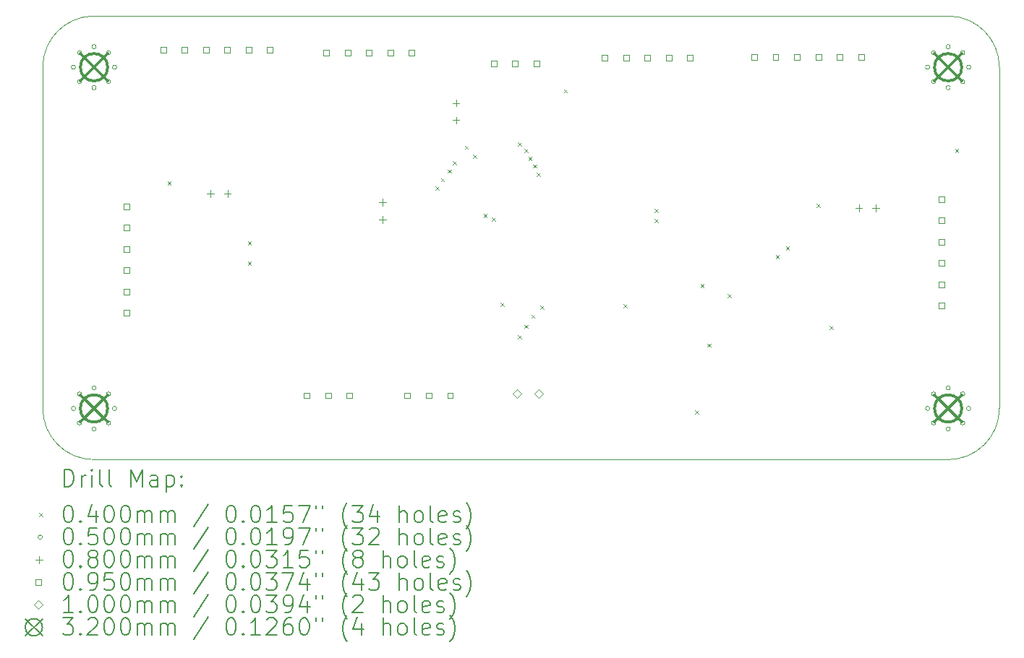
<source format=gbr>
%TF.GenerationSoftware,KiCad,Pcbnew,(6.0.7-1)-1*%
%TF.CreationDate,2022-10-27T13:07:48+02:00*%
%TF.ProjectId,Beerator,42656572-6174-46f7-922e-6b696361645f,rev?*%
%TF.SameCoordinates,Original*%
%TF.FileFunction,Drillmap*%
%TF.FilePolarity,Positive*%
%FSLAX45Y45*%
G04 Gerber Fmt 4.5, Leading zero omitted, Abs format (unit mm)*
G04 Created by KiCad (PCBNEW (6.0.7-1)-1) date 2022-10-27 13:07:48*
%MOMM*%
%LPD*%
G01*
G04 APERTURE LIST*
%ADD10C,0.100000*%
%ADD11C,0.200000*%
%ADD12C,0.040000*%
%ADD13C,0.050000*%
%ADD14C,0.080000*%
%ADD15C,0.095000*%
%ADD16C,0.320000*%
G04 APERTURE END LIST*
D10*
X15000000Y-9600000D02*
X5000000Y-9600000D01*
X4400000Y-9000000D02*
X4400000Y-5000000D01*
X5000000Y-4400000D02*
G75*
G03*
X4400000Y-5000000I0J-600000D01*
G01*
X5000000Y-4400000D02*
X15000000Y-4400000D01*
X15000000Y-9600000D02*
G75*
G03*
X15600000Y-9000000I0J600000D01*
G01*
X15600000Y-5000000D02*
X15600000Y-9000000D01*
X4400000Y-9000000D02*
G75*
G03*
X5000000Y-9600000I600000J0D01*
G01*
X15600000Y-5000000D02*
G75*
G03*
X15000000Y-4400000I-600000J0D01*
G01*
D11*
D12*
X5860000Y-6340000D02*
X5900000Y-6380000D01*
X5900000Y-6340000D02*
X5860000Y-6380000D01*
X6800000Y-7040000D02*
X6840000Y-7080000D01*
X6840000Y-7040000D02*
X6800000Y-7080000D01*
X6800000Y-7280000D02*
X6840000Y-7320000D01*
X6840000Y-7280000D02*
X6800000Y-7320000D01*
X9000000Y-6400000D02*
X9040000Y-6440000D01*
X9040000Y-6400000D02*
X9000000Y-6440000D01*
X9060000Y-6300000D02*
X9100000Y-6340000D01*
X9100000Y-6300000D02*
X9060000Y-6340000D01*
X9140000Y-6200000D02*
X9180000Y-6240000D01*
X9180000Y-6200000D02*
X9140000Y-6240000D01*
X9200000Y-6100000D02*
X9240000Y-6140000D01*
X9240000Y-6100000D02*
X9200000Y-6140000D01*
X9340000Y-5920000D02*
X9380000Y-5960000D01*
X9380000Y-5920000D02*
X9340000Y-5960000D01*
X9438501Y-6024497D02*
X9478501Y-6064497D01*
X9478501Y-6024497D02*
X9438501Y-6064497D01*
X9560000Y-6720000D02*
X9600000Y-6760000D01*
X9600000Y-6720000D02*
X9560000Y-6760000D01*
X9660000Y-6760000D02*
X9700000Y-6800000D01*
X9700000Y-6760000D02*
X9660000Y-6800000D01*
X9760000Y-7760000D02*
X9800000Y-7800000D01*
X9800000Y-7760000D02*
X9760000Y-7800000D01*
X9960000Y-5880000D02*
X10000000Y-5920000D01*
X10000000Y-5880000D02*
X9960000Y-5920000D01*
X9960000Y-8140000D02*
X10000000Y-8180000D01*
X10000000Y-8140000D02*
X9960000Y-8180000D01*
X10040000Y-5960000D02*
X10080000Y-6000000D01*
X10080000Y-5960000D02*
X10040000Y-6000000D01*
X10040000Y-8020000D02*
X10080000Y-8060000D01*
X10080000Y-8020000D02*
X10040000Y-8060000D01*
X10084699Y-6049398D02*
X10124699Y-6089398D01*
X10124699Y-6049398D02*
X10084699Y-6089398D01*
X10120000Y-7900000D02*
X10160000Y-7940000D01*
X10160000Y-7900000D02*
X10120000Y-7940000D01*
X10140000Y-6140000D02*
X10180000Y-6180000D01*
X10180000Y-6140000D02*
X10140000Y-6180000D01*
X10180000Y-6240000D02*
X10220000Y-6280000D01*
X10220000Y-6240000D02*
X10180000Y-6280000D01*
X10222590Y-7797410D02*
X10262590Y-7837410D01*
X10262590Y-7797410D02*
X10222590Y-7837410D01*
X10500000Y-5260000D02*
X10540000Y-5300000D01*
X10540000Y-5260000D02*
X10500000Y-5300000D01*
X11200000Y-7780000D02*
X11240000Y-7820000D01*
X11240000Y-7780000D02*
X11200000Y-7820000D01*
X11560000Y-6660000D02*
X11600000Y-6700000D01*
X11600000Y-6660000D02*
X11560000Y-6700000D01*
X11560000Y-6780000D02*
X11600000Y-6820000D01*
X11600000Y-6780000D02*
X11560000Y-6820000D01*
X12040000Y-9020000D02*
X12080000Y-9060000D01*
X12080000Y-9020000D02*
X12040000Y-9060000D01*
X12100000Y-7540000D02*
X12140000Y-7580000D01*
X12140000Y-7540000D02*
X12100000Y-7580000D01*
X12180000Y-8240000D02*
X12220000Y-8280000D01*
X12220000Y-8240000D02*
X12180000Y-8280000D01*
X12420000Y-7660000D02*
X12460000Y-7700000D01*
X12460000Y-7660000D02*
X12420000Y-7700000D01*
X12980000Y-7200000D02*
X13020000Y-7240000D01*
X13020000Y-7200000D02*
X12980000Y-7240000D01*
X13100000Y-7100000D02*
X13140000Y-7140000D01*
X13140000Y-7100000D02*
X13100000Y-7140000D01*
X13460000Y-6600000D02*
X13500000Y-6640000D01*
X13500000Y-6600000D02*
X13460000Y-6640000D01*
X13609500Y-8032500D02*
X13649500Y-8072500D01*
X13649500Y-8032500D02*
X13609500Y-8072500D01*
X15080000Y-5960000D02*
X15120000Y-6000000D01*
X15120000Y-5960000D02*
X15080000Y-6000000D01*
D13*
X4785000Y-5000000D02*
G75*
G03*
X4785000Y-5000000I-25000J0D01*
G01*
X4785000Y-9000000D02*
G75*
G03*
X4785000Y-9000000I-25000J0D01*
G01*
X4855294Y-4830294D02*
G75*
G03*
X4855294Y-4830294I-25000J0D01*
G01*
X4855294Y-5169706D02*
G75*
G03*
X4855294Y-5169706I-25000J0D01*
G01*
X4855294Y-8830294D02*
G75*
G03*
X4855294Y-8830294I-25000J0D01*
G01*
X4855294Y-9169706D02*
G75*
G03*
X4855294Y-9169706I-25000J0D01*
G01*
X5025000Y-4760000D02*
G75*
G03*
X5025000Y-4760000I-25000J0D01*
G01*
X5025000Y-5240000D02*
G75*
G03*
X5025000Y-5240000I-25000J0D01*
G01*
X5025000Y-8760000D02*
G75*
G03*
X5025000Y-8760000I-25000J0D01*
G01*
X5025000Y-9240000D02*
G75*
G03*
X5025000Y-9240000I-25000J0D01*
G01*
X5194706Y-4830294D02*
G75*
G03*
X5194706Y-4830294I-25000J0D01*
G01*
X5194706Y-5169706D02*
G75*
G03*
X5194706Y-5169706I-25000J0D01*
G01*
X5194706Y-8830294D02*
G75*
G03*
X5194706Y-8830294I-25000J0D01*
G01*
X5194706Y-9169706D02*
G75*
G03*
X5194706Y-9169706I-25000J0D01*
G01*
X5265000Y-5000000D02*
G75*
G03*
X5265000Y-5000000I-25000J0D01*
G01*
X5265000Y-9000000D02*
G75*
G03*
X5265000Y-9000000I-25000J0D01*
G01*
X14785000Y-5000000D02*
G75*
G03*
X14785000Y-5000000I-25000J0D01*
G01*
X14785000Y-9000000D02*
G75*
G03*
X14785000Y-9000000I-25000J0D01*
G01*
X14855294Y-4830294D02*
G75*
G03*
X14855294Y-4830294I-25000J0D01*
G01*
X14855294Y-5169706D02*
G75*
G03*
X14855294Y-5169706I-25000J0D01*
G01*
X14855294Y-8830294D02*
G75*
G03*
X14855294Y-8830294I-25000J0D01*
G01*
X14855294Y-9169706D02*
G75*
G03*
X14855294Y-9169706I-25000J0D01*
G01*
X15025000Y-4760000D02*
G75*
G03*
X15025000Y-4760000I-25000J0D01*
G01*
X15025000Y-5240000D02*
G75*
G03*
X15025000Y-5240000I-25000J0D01*
G01*
X15025000Y-8760000D02*
G75*
G03*
X15025000Y-8760000I-25000J0D01*
G01*
X15025000Y-9240000D02*
G75*
G03*
X15025000Y-9240000I-25000J0D01*
G01*
X15194706Y-4830294D02*
G75*
G03*
X15194706Y-4830294I-25000J0D01*
G01*
X15194706Y-5169706D02*
G75*
G03*
X15194706Y-5169706I-25000J0D01*
G01*
X15194706Y-8830294D02*
G75*
G03*
X15194706Y-8830294I-25000J0D01*
G01*
X15194706Y-9169706D02*
G75*
G03*
X15194706Y-9169706I-25000J0D01*
G01*
X15265000Y-5000000D02*
G75*
G03*
X15265000Y-5000000I-25000J0D01*
G01*
X15265000Y-9000000D02*
G75*
G03*
X15265000Y-9000000I-25000J0D01*
G01*
D14*
X6364489Y-6440000D02*
X6364489Y-6520000D01*
X6324489Y-6480000D02*
X6404489Y-6480000D01*
X6564489Y-6440000D02*
X6564489Y-6520000D01*
X6524489Y-6480000D02*
X6604489Y-6480000D01*
X8380000Y-6544489D02*
X8380000Y-6624489D01*
X8340000Y-6584489D02*
X8420000Y-6584489D01*
X8380000Y-6744489D02*
X8380000Y-6824489D01*
X8340000Y-6784489D02*
X8420000Y-6784489D01*
X9240000Y-5380000D02*
X9240000Y-5460000D01*
X9200000Y-5420000D02*
X9280000Y-5420000D01*
X9240000Y-5580000D02*
X9240000Y-5660000D01*
X9200000Y-5620000D02*
X9280000Y-5620000D01*
X13953989Y-6612500D02*
X13953989Y-6692500D01*
X13913989Y-6652500D02*
X13993989Y-6652500D01*
X14153989Y-6612500D02*
X14153989Y-6692500D01*
X14113989Y-6652500D02*
X14193989Y-6652500D01*
D15*
X5413588Y-6663588D02*
X5413588Y-6596412D01*
X5346412Y-6596412D01*
X5346412Y-6663588D01*
X5413588Y-6663588D01*
X5413588Y-6913588D02*
X5413588Y-6846412D01*
X5346412Y-6846412D01*
X5346412Y-6913588D01*
X5413588Y-6913588D01*
X5413588Y-7163588D02*
X5413588Y-7096412D01*
X5346412Y-7096412D01*
X5346412Y-7163588D01*
X5413588Y-7163588D01*
X5413588Y-7413588D02*
X5413588Y-7346412D01*
X5346412Y-7346412D01*
X5346412Y-7413588D01*
X5413588Y-7413588D01*
X5413588Y-7663588D02*
X5413588Y-7596412D01*
X5346412Y-7596412D01*
X5346412Y-7663588D01*
X5413588Y-7663588D01*
X5413588Y-7913588D02*
X5413588Y-7846412D01*
X5346412Y-7846412D01*
X5346412Y-7913588D01*
X5413588Y-7913588D01*
X5843588Y-4833588D02*
X5843588Y-4766412D01*
X5776412Y-4766412D01*
X5776412Y-4833588D01*
X5843588Y-4833588D01*
X6093588Y-4833588D02*
X6093588Y-4766412D01*
X6026412Y-4766412D01*
X6026412Y-4833588D01*
X6093588Y-4833588D01*
X6343588Y-4833588D02*
X6343588Y-4766412D01*
X6276412Y-4766412D01*
X6276412Y-4833588D01*
X6343588Y-4833588D01*
X6593588Y-4833588D02*
X6593588Y-4766412D01*
X6526412Y-4766412D01*
X6526412Y-4833588D01*
X6593588Y-4833588D01*
X6843588Y-4833588D02*
X6843588Y-4766412D01*
X6776412Y-4766412D01*
X6776412Y-4833588D01*
X6843588Y-4833588D01*
X7093588Y-4833588D02*
X7093588Y-4766412D01*
X7026412Y-4766412D01*
X7026412Y-4833588D01*
X7093588Y-4833588D01*
X7523588Y-8881088D02*
X7523588Y-8813912D01*
X7456412Y-8813912D01*
X7456412Y-8881088D01*
X7523588Y-8881088D01*
X7753588Y-4861088D02*
X7753588Y-4793912D01*
X7686412Y-4793912D01*
X7686412Y-4861088D01*
X7753588Y-4861088D01*
X7773588Y-8881088D02*
X7773588Y-8813912D01*
X7706412Y-8813912D01*
X7706412Y-8881088D01*
X7773588Y-8881088D01*
X8003588Y-4861088D02*
X8003588Y-4793912D01*
X7936412Y-4793912D01*
X7936412Y-4861088D01*
X8003588Y-4861088D01*
X8023588Y-8881088D02*
X8023588Y-8813912D01*
X7956412Y-8813912D01*
X7956412Y-8881088D01*
X8023588Y-8881088D01*
X8253588Y-4861088D02*
X8253588Y-4793912D01*
X8186412Y-4793912D01*
X8186412Y-4861088D01*
X8253588Y-4861088D01*
X8503588Y-4861088D02*
X8503588Y-4793912D01*
X8436412Y-4793912D01*
X8436412Y-4861088D01*
X8503588Y-4861088D01*
X8703588Y-8881088D02*
X8703588Y-8813912D01*
X8636412Y-8813912D01*
X8636412Y-8881088D01*
X8703588Y-8881088D01*
X8753588Y-4861088D02*
X8753588Y-4793912D01*
X8686412Y-4793912D01*
X8686412Y-4861088D01*
X8753588Y-4861088D01*
X8953588Y-8881088D02*
X8953588Y-8813912D01*
X8886412Y-8813912D01*
X8886412Y-8881088D01*
X8953588Y-8881088D01*
X9203588Y-8881088D02*
X9203588Y-8813912D01*
X9136412Y-8813912D01*
X9136412Y-8881088D01*
X9203588Y-8881088D01*
X9713588Y-4993588D02*
X9713588Y-4926412D01*
X9646412Y-4926412D01*
X9646412Y-4993588D01*
X9713588Y-4993588D01*
X9963588Y-4993588D02*
X9963588Y-4926412D01*
X9896412Y-4926412D01*
X9896412Y-4993588D01*
X9963588Y-4993588D01*
X10213588Y-4993588D02*
X10213588Y-4926412D01*
X10146412Y-4926412D01*
X10146412Y-4993588D01*
X10213588Y-4993588D01*
X11013588Y-4921088D02*
X11013588Y-4853912D01*
X10946412Y-4853912D01*
X10946412Y-4921088D01*
X11013588Y-4921088D01*
X11263588Y-4921088D02*
X11263588Y-4853912D01*
X11196412Y-4853912D01*
X11196412Y-4921088D01*
X11263588Y-4921088D01*
X11513588Y-4921088D02*
X11513588Y-4853912D01*
X11446412Y-4853912D01*
X11446412Y-4921088D01*
X11513588Y-4921088D01*
X11763588Y-4921088D02*
X11763588Y-4853912D01*
X11696412Y-4853912D01*
X11696412Y-4921088D01*
X11763588Y-4921088D01*
X12013588Y-4921088D02*
X12013588Y-4853912D01*
X11946412Y-4853912D01*
X11946412Y-4921088D01*
X12013588Y-4921088D01*
X12763588Y-4913588D02*
X12763588Y-4846412D01*
X12696412Y-4846412D01*
X12696412Y-4913588D01*
X12763588Y-4913588D01*
X13013588Y-4913588D02*
X13013588Y-4846412D01*
X12946412Y-4846412D01*
X12946412Y-4913588D01*
X13013588Y-4913588D01*
X13263588Y-4913588D02*
X13263588Y-4846412D01*
X13196412Y-4846412D01*
X13196412Y-4913588D01*
X13263588Y-4913588D01*
X13513588Y-4913588D02*
X13513588Y-4846412D01*
X13446412Y-4846412D01*
X13446412Y-4913588D01*
X13513588Y-4913588D01*
X13763588Y-4913588D02*
X13763588Y-4846412D01*
X13696412Y-4846412D01*
X13696412Y-4913588D01*
X13763588Y-4913588D01*
X14013588Y-4913588D02*
X14013588Y-4846412D01*
X13946412Y-4846412D01*
X13946412Y-4913588D01*
X14013588Y-4913588D01*
X14955588Y-6581088D02*
X14955588Y-6513912D01*
X14888412Y-6513912D01*
X14888412Y-6581088D01*
X14955588Y-6581088D01*
X14955588Y-6831088D02*
X14955588Y-6763912D01*
X14888412Y-6763912D01*
X14888412Y-6831088D01*
X14955588Y-6831088D01*
X14955588Y-7081088D02*
X14955588Y-7013912D01*
X14888412Y-7013912D01*
X14888412Y-7081088D01*
X14955588Y-7081088D01*
X14955588Y-7331088D02*
X14955588Y-7263912D01*
X14888412Y-7263912D01*
X14888412Y-7331088D01*
X14955588Y-7331088D01*
X14955588Y-7581088D02*
X14955588Y-7513912D01*
X14888412Y-7513912D01*
X14888412Y-7581088D01*
X14955588Y-7581088D01*
X14955588Y-7831088D02*
X14955588Y-7763912D01*
X14888412Y-7763912D01*
X14888412Y-7831088D01*
X14955588Y-7831088D01*
D10*
X9955000Y-8877500D02*
X10005000Y-8827500D01*
X9955000Y-8777500D01*
X9905000Y-8827500D01*
X9955000Y-8877500D01*
X10205000Y-8877500D02*
X10255000Y-8827500D01*
X10205000Y-8777500D01*
X10155000Y-8827500D01*
X10205000Y-8877500D01*
D16*
X4840000Y-4840000D02*
X5160000Y-5160000D01*
X5160000Y-4840000D02*
X4840000Y-5160000D01*
X5160000Y-5000000D02*
G75*
G03*
X5160000Y-5000000I-160000J0D01*
G01*
X4840000Y-8840000D02*
X5160000Y-9160000D01*
X5160000Y-8840000D02*
X4840000Y-9160000D01*
X5160000Y-9000000D02*
G75*
G03*
X5160000Y-9000000I-160000J0D01*
G01*
X14840000Y-4840000D02*
X15160000Y-5160000D01*
X15160000Y-4840000D02*
X14840000Y-5160000D01*
X15160000Y-5000000D02*
G75*
G03*
X15160000Y-5000000I-160000J0D01*
G01*
X14840000Y-8840000D02*
X15160000Y-9160000D01*
X15160000Y-8840000D02*
X14840000Y-9160000D01*
X15160000Y-9000000D02*
G75*
G03*
X15160000Y-9000000I-160000J0D01*
G01*
D11*
X4652619Y-9915476D02*
X4652619Y-9715476D01*
X4700238Y-9715476D01*
X4728810Y-9725000D01*
X4747857Y-9744048D01*
X4757381Y-9763095D01*
X4766905Y-9801190D01*
X4766905Y-9829762D01*
X4757381Y-9867857D01*
X4747857Y-9886905D01*
X4728810Y-9905952D01*
X4700238Y-9915476D01*
X4652619Y-9915476D01*
X4852619Y-9915476D02*
X4852619Y-9782143D01*
X4852619Y-9820238D02*
X4862143Y-9801190D01*
X4871667Y-9791667D01*
X4890714Y-9782143D01*
X4909762Y-9782143D01*
X4976429Y-9915476D02*
X4976429Y-9782143D01*
X4976429Y-9715476D02*
X4966905Y-9725000D01*
X4976429Y-9734524D01*
X4985952Y-9725000D01*
X4976429Y-9715476D01*
X4976429Y-9734524D01*
X5100238Y-9915476D02*
X5081190Y-9905952D01*
X5071667Y-9886905D01*
X5071667Y-9715476D01*
X5205000Y-9915476D02*
X5185952Y-9905952D01*
X5176429Y-9886905D01*
X5176429Y-9715476D01*
X5433571Y-9915476D02*
X5433571Y-9715476D01*
X5500238Y-9858333D01*
X5566905Y-9715476D01*
X5566905Y-9915476D01*
X5747857Y-9915476D02*
X5747857Y-9810714D01*
X5738333Y-9791667D01*
X5719286Y-9782143D01*
X5681190Y-9782143D01*
X5662143Y-9791667D01*
X5747857Y-9905952D02*
X5728809Y-9915476D01*
X5681190Y-9915476D01*
X5662143Y-9905952D01*
X5652619Y-9886905D01*
X5652619Y-9867857D01*
X5662143Y-9848810D01*
X5681190Y-9839286D01*
X5728809Y-9839286D01*
X5747857Y-9829762D01*
X5843095Y-9782143D02*
X5843095Y-9982143D01*
X5843095Y-9791667D02*
X5862143Y-9782143D01*
X5900238Y-9782143D01*
X5919286Y-9791667D01*
X5928809Y-9801190D01*
X5938333Y-9820238D01*
X5938333Y-9877381D01*
X5928809Y-9896429D01*
X5919286Y-9905952D01*
X5900238Y-9915476D01*
X5862143Y-9915476D01*
X5843095Y-9905952D01*
X6024048Y-9896429D02*
X6033571Y-9905952D01*
X6024048Y-9915476D01*
X6014524Y-9905952D01*
X6024048Y-9896429D01*
X6024048Y-9915476D01*
X6024048Y-9791667D02*
X6033571Y-9801190D01*
X6024048Y-9810714D01*
X6014524Y-9801190D01*
X6024048Y-9791667D01*
X6024048Y-9810714D01*
D12*
X4355000Y-10225000D02*
X4395000Y-10265000D01*
X4395000Y-10225000D02*
X4355000Y-10265000D01*
D11*
X4690714Y-10135476D02*
X4709762Y-10135476D01*
X4728810Y-10145000D01*
X4738333Y-10154524D01*
X4747857Y-10173571D01*
X4757381Y-10211667D01*
X4757381Y-10259286D01*
X4747857Y-10297381D01*
X4738333Y-10316429D01*
X4728810Y-10325952D01*
X4709762Y-10335476D01*
X4690714Y-10335476D01*
X4671667Y-10325952D01*
X4662143Y-10316429D01*
X4652619Y-10297381D01*
X4643095Y-10259286D01*
X4643095Y-10211667D01*
X4652619Y-10173571D01*
X4662143Y-10154524D01*
X4671667Y-10145000D01*
X4690714Y-10135476D01*
X4843095Y-10316429D02*
X4852619Y-10325952D01*
X4843095Y-10335476D01*
X4833571Y-10325952D01*
X4843095Y-10316429D01*
X4843095Y-10335476D01*
X5024048Y-10202143D02*
X5024048Y-10335476D01*
X4976429Y-10125952D02*
X4928810Y-10268810D01*
X5052619Y-10268810D01*
X5166905Y-10135476D02*
X5185952Y-10135476D01*
X5205000Y-10145000D01*
X5214524Y-10154524D01*
X5224048Y-10173571D01*
X5233571Y-10211667D01*
X5233571Y-10259286D01*
X5224048Y-10297381D01*
X5214524Y-10316429D01*
X5205000Y-10325952D01*
X5185952Y-10335476D01*
X5166905Y-10335476D01*
X5147857Y-10325952D01*
X5138333Y-10316429D01*
X5128810Y-10297381D01*
X5119286Y-10259286D01*
X5119286Y-10211667D01*
X5128810Y-10173571D01*
X5138333Y-10154524D01*
X5147857Y-10145000D01*
X5166905Y-10135476D01*
X5357381Y-10135476D02*
X5376429Y-10135476D01*
X5395476Y-10145000D01*
X5405000Y-10154524D01*
X5414524Y-10173571D01*
X5424048Y-10211667D01*
X5424048Y-10259286D01*
X5414524Y-10297381D01*
X5405000Y-10316429D01*
X5395476Y-10325952D01*
X5376429Y-10335476D01*
X5357381Y-10335476D01*
X5338333Y-10325952D01*
X5328810Y-10316429D01*
X5319286Y-10297381D01*
X5309762Y-10259286D01*
X5309762Y-10211667D01*
X5319286Y-10173571D01*
X5328810Y-10154524D01*
X5338333Y-10145000D01*
X5357381Y-10135476D01*
X5509762Y-10335476D02*
X5509762Y-10202143D01*
X5509762Y-10221190D02*
X5519286Y-10211667D01*
X5538333Y-10202143D01*
X5566905Y-10202143D01*
X5585952Y-10211667D01*
X5595476Y-10230714D01*
X5595476Y-10335476D01*
X5595476Y-10230714D02*
X5605000Y-10211667D01*
X5624048Y-10202143D01*
X5652619Y-10202143D01*
X5671667Y-10211667D01*
X5681190Y-10230714D01*
X5681190Y-10335476D01*
X5776428Y-10335476D02*
X5776428Y-10202143D01*
X5776428Y-10221190D02*
X5785952Y-10211667D01*
X5805000Y-10202143D01*
X5833571Y-10202143D01*
X5852619Y-10211667D01*
X5862143Y-10230714D01*
X5862143Y-10335476D01*
X5862143Y-10230714D02*
X5871667Y-10211667D01*
X5890714Y-10202143D01*
X5919286Y-10202143D01*
X5938333Y-10211667D01*
X5947857Y-10230714D01*
X5947857Y-10335476D01*
X6338333Y-10125952D02*
X6166905Y-10383095D01*
X6595476Y-10135476D02*
X6614524Y-10135476D01*
X6633571Y-10145000D01*
X6643095Y-10154524D01*
X6652619Y-10173571D01*
X6662143Y-10211667D01*
X6662143Y-10259286D01*
X6652619Y-10297381D01*
X6643095Y-10316429D01*
X6633571Y-10325952D01*
X6614524Y-10335476D01*
X6595476Y-10335476D01*
X6576428Y-10325952D01*
X6566905Y-10316429D01*
X6557381Y-10297381D01*
X6547857Y-10259286D01*
X6547857Y-10211667D01*
X6557381Y-10173571D01*
X6566905Y-10154524D01*
X6576428Y-10145000D01*
X6595476Y-10135476D01*
X6747857Y-10316429D02*
X6757381Y-10325952D01*
X6747857Y-10335476D01*
X6738333Y-10325952D01*
X6747857Y-10316429D01*
X6747857Y-10335476D01*
X6881190Y-10135476D02*
X6900238Y-10135476D01*
X6919286Y-10145000D01*
X6928809Y-10154524D01*
X6938333Y-10173571D01*
X6947857Y-10211667D01*
X6947857Y-10259286D01*
X6938333Y-10297381D01*
X6928809Y-10316429D01*
X6919286Y-10325952D01*
X6900238Y-10335476D01*
X6881190Y-10335476D01*
X6862143Y-10325952D01*
X6852619Y-10316429D01*
X6843095Y-10297381D01*
X6833571Y-10259286D01*
X6833571Y-10211667D01*
X6843095Y-10173571D01*
X6852619Y-10154524D01*
X6862143Y-10145000D01*
X6881190Y-10135476D01*
X7138333Y-10335476D02*
X7024048Y-10335476D01*
X7081190Y-10335476D02*
X7081190Y-10135476D01*
X7062143Y-10164048D01*
X7043095Y-10183095D01*
X7024048Y-10192619D01*
X7319286Y-10135476D02*
X7224048Y-10135476D01*
X7214524Y-10230714D01*
X7224048Y-10221190D01*
X7243095Y-10211667D01*
X7290714Y-10211667D01*
X7309762Y-10221190D01*
X7319286Y-10230714D01*
X7328809Y-10249762D01*
X7328809Y-10297381D01*
X7319286Y-10316429D01*
X7309762Y-10325952D01*
X7290714Y-10335476D01*
X7243095Y-10335476D01*
X7224048Y-10325952D01*
X7214524Y-10316429D01*
X7395476Y-10135476D02*
X7528809Y-10135476D01*
X7443095Y-10335476D01*
X7595476Y-10135476D02*
X7595476Y-10173571D01*
X7671667Y-10135476D02*
X7671667Y-10173571D01*
X7966905Y-10411667D02*
X7957381Y-10402143D01*
X7938333Y-10373571D01*
X7928809Y-10354524D01*
X7919286Y-10325952D01*
X7909762Y-10278333D01*
X7909762Y-10240238D01*
X7919286Y-10192619D01*
X7928809Y-10164048D01*
X7938333Y-10145000D01*
X7957381Y-10116429D01*
X7966905Y-10106905D01*
X8024048Y-10135476D02*
X8147857Y-10135476D01*
X8081190Y-10211667D01*
X8109762Y-10211667D01*
X8128809Y-10221190D01*
X8138333Y-10230714D01*
X8147857Y-10249762D01*
X8147857Y-10297381D01*
X8138333Y-10316429D01*
X8128809Y-10325952D01*
X8109762Y-10335476D01*
X8052619Y-10335476D01*
X8033571Y-10325952D01*
X8024048Y-10316429D01*
X8319286Y-10202143D02*
X8319286Y-10335476D01*
X8271667Y-10125952D02*
X8224048Y-10268810D01*
X8347857Y-10268810D01*
X8576429Y-10335476D02*
X8576429Y-10135476D01*
X8662143Y-10335476D02*
X8662143Y-10230714D01*
X8652619Y-10211667D01*
X8633571Y-10202143D01*
X8605000Y-10202143D01*
X8585952Y-10211667D01*
X8576429Y-10221190D01*
X8785952Y-10335476D02*
X8766905Y-10325952D01*
X8757381Y-10316429D01*
X8747857Y-10297381D01*
X8747857Y-10240238D01*
X8757381Y-10221190D01*
X8766905Y-10211667D01*
X8785952Y-10202143D01*
X8814524Y-10202143D01*
X8833571Y-10211667D01*
X8843095Y-10221190D01*
X8852619Y-10240238D01*
X8852619Y-10297381D01*
X8843095Y-10316429D01*
X8833571Y-10325952D01*
X8814524Y-10335476D01*
X8785952Y-10335476D01*
X8966905Y-10335476D02*
X8947857Y-10325952D01*
X8938333Y-10306905D01*
X8938333Y-10135476D01*
X9119286Y-10325952D02*
X9100238Y-10335476D01*
X9062143Y-10335476D01*
X9043095Y-10325952D01*
X9033571Y-10306905D01*
X9033571Y-10230714D01*
X9043095Y-10211667D01*
X9062143Y-10202143D01*
X9100238Y-10202143D01*
X9119286Y-10211667D01*
X9128810Y-10230714D01*
X9128810Y-10249762D01*
X9033571Y-10268810D01*
X9205000Y-10325952D02*
X9224048Y-10335476D01*
X9262143Y-10335476D01*
X9281190Y-10325952D01*
X9290714Y-10306905D01*
X9290714Y-10297381D01*
X9281190Y-10278333D01*
X9262143Y-10268810D01*
X9233571Y-10268810D01*
X9214524Y-10259286D01*
X9205000Y-10240238D01*
X9205000Y-10230714D01*
X9214524Y-10211667D01*
X9233571Y-10202143D01*
X9262143Y-10202143D01*
X9281190Y-10211667D01*
X9357381Y-10411667D02*
X9366905Y-10402143D01*
X9385952Y-10373571D01*
X9395476Y-10354524D01*
X9405000Y-10325952D01*
X9414524Y-10278333D01*
X9414524Y-10240238D01*
X9405000Y-10192619D01*
X9395476Y-10164048D01*
X9385952Y-10145000D01*
X9366905Y-10116429D01*
X9357381Y-10106905D01*
D13*
X4395000Y-10509000D02*
G75*
G03*
X4395000Y-10509000I-25000J0D01*
G01*
D11*
X4690714Y-10399476D02*
X4709762Y-10399476D01*
X4728810Y-10409000D01*
X4738333Y-10418524D01*
X4747857Y-10437571D01*
X4757381Y-10475667D01*
X4757381Y-10523286D01*
X4747857Y-10561381D01*
X4738333Y-10580429D01*
X4728810Y-10589952D01*
X4709762Y-10599476D01*
X4690714Y-10599476D01*
X4671667Y-10589952D01*
X4662143Y-10580429D01*
X4652619Y-10561381D01*
X4643095Y-10523286D01*
X4643095Y-10475667D01*
X4652619Y-10437571D01*
X4662143Y-10418524D01*
X4671667Y-10409000D01*
X4690714Y-10399476D01*
X4843095Y-10580429D02*
X4852619Y-10589952D01*
X4843095Y-10599476D01*
X4833571Y-10589952D01*
X4843095Y-10580429D01*
X4843095Y-10599476D01*
X5033571Y-10399476D02*
X4938333Y-10399476D01*
X4928810Y-10494714D01*
X4938333Y-10485190D01*
X4957381Y-10475667D01*
X5005000Y-10475667D01*
X5024048Y-10485190D01*
X5033571Y-10494714D01*
X5043095Y-10513762D01*
X5043095Y-10561381D01*
X5033571Y-10580429D01*
X5024048Y-10589952D01*
X5005000Y-10599476D01*
X4957381Y-10599476D01*
X4938333Y-10589952D01*
X4928810Y-10580429D01*
X5166905Y-10399476D02*
X5185952Y-10399476D01*
X5205000Y-10409000D01*
X5214524Y-10418524D01*
X5224048Y-10437571D01*
X5233571Y-10475667D01*
X5233571Y-10523286D01*
X5224048Y-10561381D01*
X5214524Y-10580429D01*
X5205000Y-10589952D01*
X5185952Y-10599476D01*
X5166905Y-10599476D01*
X5147857Y-10589952D01*
X5138333Y-10580429D01*
X5128810Y-10561381D01*
X5119286Y-10523286D01*
X5119286Y-10475667D01*
X5128810Y-10437571D01*
X5138333Y-10418524D01*
X5147857Y-10409000D01*
X5166905Y-10399476D01*
X5357381Y-10399476D02*
X5376429Y-10399476D01*
X5395476Y-10409000D01*
X5405000Y-10418524D01*
X5414524Y-10437571D01*
X5424048Y-10475667D01*
X5424048Y-10523286D01*
X5414524Y-10561381D01*
X5405000Y-10580429D01*
X5395476Y-10589952D01*
X5376429Y-10599476D01*
X5357381Y-10599476D01*
X5338333Y-10589952D01*
X5328810Y-10580429D01*
X5319286Y-10561381D01*
X5309762Y-10523286D01*
X5309762Y-10475667D01*
X5319286Y-10437571D01*
X5328810Y-10418524D01*
X5338333Y-10409000D01*
X5357381Y-10399476D01*
X5509762Y-10599476D02*
X5509762Y-10466143D01*
X5509762Y-10485190D02*
X5519286Y-10475667D01*
X5538333Y-10466143D01*
X5566905Y-10466143D01*
X5585952Y-10475667D01*
X5595476Y-10494714D01*
X5595476Y-10599476D01*
X5595476Y-10494714D02*
X5605000Y-10475667D01*
X5624048Y-10466143D01*
X5652619Y-10466143D01*
X5671667Y-10475667D01*
X5681190Y-10494714D01*
X5681190Y-10599476D01*
X5776428Y-10599476D02*
X5776428Y-10466143D01*
X5776428Y-10485190D02*
X5785952Y-10475667D01*
X5805000Y-10466143D01*
X5833571Y-10466143D01*
X5852619Y-10475667D01*
X5862143Y-10494714D01*
X5862143Y-10599476D01*
X5862143Y-10494714D02*
X5871667Y-10475667D01*
X5890714Y-10466143D01*
X5919286Y-10466143D01*
X5938333Y-10475667D01*
X5947857Y-10494714D01*
X5947857Y-10599476D01*
X6338333Y-10389952D02*
X6166905Y-10647095D01*
X6595476Y-10399476D02*
X6614524Y-10399476D01*
X6633571Y-10409000D01*
X6643095Y-10418524D01*
X6652619Y-10437571D01*
X6662143Y-10475667D01*
X6662143Y-10523286D01*
X6652619Y-10561381D01*
X6643095Y-10580429D01*
X6633571Y-10589952D01*
X6614524Y-10599476D01*
X6595476Y-10599476D01*
X6576428Y-10589952D01*
X6566905Y-10580429D01*
X6557381Y-10561381D01*
X6547857Y-10523286D01*
X6547857Y-10475667D01*
X6557381Y-10437571D01*
X6566905Y-10418524D01*
X6576428Y-10409000D01*
X6595476Y-10399476D01*
X6747857Y-10580429D02*
X6757381Y-10589952D01*
X6747857Y-10599476D01*
X6738333Y-10589952D01*
X6747857Y-10580429D01*
X6747857Y-10599476D01*
X6881190Y-10399476D02*
X6900238Y-10399476D01*
X6919286Y-10409000D01*
X6928809Y-10418524D01*
X6938333Y-10437571D01*
X6947857Y-10475667D01*
X6947857Y-10523286D01*
X6938333Y-10561381D01*
X6928809Y-10580429D01*
X6919286Y-10589952D01*
X6900238Y-10599476D01*
X6881190Y-10599476D01*
X6862143Y-10589952D01*
X6852619Y-10580429D01*
X6843095Y-10561381D01*
X6833571Y-10523286D01*
X6833571Y-10475667D01*
X6843095Y-10437571D01*
X6852619Y-10418524D01*
X6862143Y-10409000D01*
X6881190Y-10399476D01*
X7138333Y-10599476D02*
X7024048Y-10599476D01*
X7081190Y-10599476D02*
X7081190Y-10399476D01*
X7062143Y-10428048D01*
X7043095Y-10447095D01*
X7024048Y-10456619D01*
X7233571Y-10599476D02*
X7271667Y-10599476D01*
X7290714Y-10589952D01*
X7300238Y-10580429D01*
X7319286Y-10551857D01*
X7328809Y-10513762D01*
X7328809Y-10437571D01*
X7319286Y-10418524D01*
X7309762Y-10409000D01*
X7290714Y-10399476D01*
X7252619Y-10399476D01*
X7233571Y-10409000D01*
X7224048Y-10418524D01*
X7214524Y-10437571D01*
X7214524Y-10485190D01*
X7224048Y-10504238D01*
X7233571Y-10513762D01*
X7252619Y-10523286D01*
X7290714Y-10523286D01*
X7309762Y-10513762D01*
X7319286Y-10504238D01*
X7328809Y-10485190D01*
X7395476Y-10399476D02*
X7528809Y-10399476D01*
X7443095Y-10599476D01*
X7595476Y-10399476D02*
X7595476Y-10437571D01*
X7671667Y-10399476D02*
X7671667Y-10437571D01*
X7966905Y-10675667D02*
X7957381Y-10666143D01*
X7938333Y-10637571D01*
X7928809Y-10618524D01*
X7919286Y-10589952D01*
X7909762Y-10542333D01*
X7909762Y-10504238D01*
X7919286Y-10456619D01*
X7928809Y-10428048D01*
X7938333Y-10409000D01*
X7957381Y-10380429D01*
X7966905Y-10370905D01*
X8024048Y-10399476D02*
X8147857Y-10399476D01*
X8081190Y-10475667D01*
X8109762Y-10475667D01*
X8128809Y-10485190D01*
X8138333Y-10494714D01*
X8147857Y-10513762D01*
X8147857Y-10561381D01*
X8138333Y-10580429D01*
X8128809Y-10589952D01*
X8109762Y-10599476D01*
X8052619Y-10599476D01*
X8033571Y-10589952D01*
X8024048Y-10580429D01*
X8224048Y-10418524D02*
X8233571Y-10409000D01*
X8252619Y-10399476D01*
X8300238Y-10399476D01*
X8319286Y-10409000D01*
X8328809Y-10418524D01*
X8338333Y-10437571D01*
X8338333Y-10456619D01*
X8328809Y-10485190D01*
X8214524Y-10599476D01*
X8338333Y-10599476D01*
X8576429Y-10599476D02*
X8576429Y-10399476D01*
X8662143Y-10599476D02*
X8662143Y-10494714D01*
X8652619Y-10475667D01*
X8633571Y-10466143D01*
X8605000Y-10466143D01*
X8585952Y-10475667D01*
X8576429Y-10485190D01*
X8785952Y-10599476D02*
X8766905Y-10589952D01*
X8757381Y-10580429D01*
X8747857Y-10561381D01*
X8747857Y-10504238D01*
X8757381Y-10485190D01*
X8766905Y-10475667D01*
X8785952Y-10466143D01*
X8814524Y-10466143D01*
X8833571Y-10475667D01*
X8843095Y-10485190D01*
X8852619Y-10504238D01*
X8852619Y-10561381D01*
X8843095Y-10580429D01*
X8833571Y-10589952D01*
X8814524Y-10599476D01*
X8785952Y-10599476D01*
X8966905Y-10599476D02*
X8947857Y-10589952D01*
X8938333Y-10570905D01*
X8938333Y-10399476D01*
X9119286Y-10589952D02*
X9100238Y-10599476D01*
X9062143Y-10599476D01*
X9043095Y-10589952D01*
X9033571Y-10570905D01*
X9033571Y-10494714D01*
X9043095Y-10475667D01*
X9062143Y-10466143D01*
X9100238Y-10466143D01*
X9119286Y-10475667D01*
X9128810Y-10494714D01*
X9128810Y-10513762D01*
X9033571Y-10532810D01*
X9205000Y-10589952D02*
X9224048Y-10599476D01*
X9262143Y-10599476D01*
X9281190Y-10589952D01*
X9290714Y-10570905D01*
X9290714Y-10561381D01*
X9281190Y-10542333D01*
X9262143Y-10532810D01*
X9233571Y-10532810D01*
X9214524Y-10523286D01*
X9205000Y-10504238D01*
X9205000Y-10494714D01*
X9214524Y-10475667D01*
X9233571Y-10466143D01*
X9262143Y-10466143D01*
X9281190Y-10475667D01*
X9357381Y-10675667D02*
X9366905Y-10666143D01*
X9385952Y-10637571D01*
X9395476Y-10618524D01*
X9405000Y-10589952D01*
X9414524Y-10542333D01*
X9414524Y-10504238D01*
X9405000Y-10456619D01*
X9395476Y-10428048D01*
X9385952Y-10409000D01*
X9366905Y-10380429D01*
X9357381Y-10370905D01*
D14*
X4355000Y-10733000D02*
X4355000Y-10813000D01*
X4315000Y-10773000D02*
X4395000Y-10773000D01*
D11*
X4690714Y-10663476D02*
X4709762Y-10663476D01*
X4728810Y-10673000D01*
X4738333Y-10682524D01*
X4747857Y-10701571D01*
X4757381Y-10739667D01*
X4757381Y-10787286D01*
X4747857Y-10825381D01*
X4738333Y-10844429D01*
X4728810Y-10853952D01*
X4709762Y-10863476D01*
X4690714Y-10863476D01*
X4671667Y-10853952D01*
X4662143Y-10844429D01*
X4652619Y-10825381D01*
X4643095Y-10787286D01*
X4643095Y-10739667D01*
X4652619Y-10701571D01*
X4662143Y-10682524D01*
X4671667Y-10673000D01*
X4690714Y-10663476D01*
X4843095Y-10844429D02*
X4852619Y-10853952D01*
X4843095Y-10863476D01*
X4833571Y-10853952D01*
X4843095Y-10844429D01*
X4843095Y-10863476D01*
X4966905Y-10749190D02*
X4947857Y-10739667D01*
X4938333Y-10730143D01*
X4928810Y-10711095D01*
X4928810Y-10701571D01*
X4938333Y-10682524D01*
X4947857Y-10673000D01*
X4966905Y-10663476D01*
X5005000Y-10663476D01*
X5024048Y-10673000D01*
X5033571Y-10682524D01*
X5043095Y-10701571D01*
X5043095Y-10711095D01*
X5033571Y-10730143D01*
X5024048Y-10739667D01*
X5005000Y-10749190D01*
X4966905Y-10749190D01*
X4947857Y-10758714D01*
X4938333Y-10768238D01*
X4928810Y-10787286D01*
X4928810Y-10825381D01*
X4938333Y-10844429D01*
X4947857Y-10853952D01*
X4966905Y-10863476D01*
X5005000Y-10863476D01*
X5024048Y-10853952D01*
X5033571Y-10844429D01*
X5043095Y-10825381D01*
X5043095Y-10787286D01*
X5033571Y-10768238D01*
X5024048Y-10758714D01*
X5005000Y-10749190D01*
X5166905Y-10663476D02*
X5185952Y-10663476D01*
X5205000Y-10673000D01*
X5214524Y-10682524D01*
X5224048Y-10701571D01*
X5233571Y-10739667D01*
X5233571Y-10787286D01*
X5224048Y-10825381D01*
X5214524Y-10844429D01*
X5205000Y-10853952D01*
X5185952Y-10863476D01*
X5166905Y-10863476D01*
X5147857Y-10853952D01*
X5138333Y-10844429D01*
X5128810Y-10825381D01*
X5119286Y-10787286D01*
X5119286Y-10739667D01*
X5128810Y-10701571D01*
X5138333Y-10682524D01*
X5147857Y-10673000D01*
X5166905Y-10663476D01*
X5357381Y-10663476D02*
X5376429Y-10663476D01*
X5395476Y-10673000D01*
X5405000Y-10682524D01*
X5414524Y-10701571D01*
X5424048Y-10739667D01*
X5424048Y-10787286D01*
X5414524Y-10825381D01*
X5405000Y-10844429D01*
X5395476Y-10853952D01*
X5376429Y-10863476D01*
X5357381Y-10863476D01*
X5338333Y-10853952D01*
X5328810Y-10844429D01*
X5319286Y-10825381D01*
X5309762Y-10787286D01*
X5309762Y-10739667D01*
X5319286Y-10701571D01*
X5328810Y-10682524D01*
X5338333Y-10673000D01*
X5357381Y-10663476D01*
X5509762Y-10863476D02*
X5509762Y-10730143D01*
X5509762Y-10749190D02*
X5519286Y-10739667D01*
X5538333Y-10730143D01*
X5566905Y-10730143D01*
X5585952Y-10739667D01*
X5595476Y-10758714D01*
X5595476Y-10863476D01*
X5595476Y-10758714D02*
X5605000Y-10739667D01*
X5624048Y-10730143D01*
X5652619Y-10730143D01*
X5671667Y-10739667D01*
X5681190Y-10758714D01*
X5681190Y-10863476D01*
X5776428Y-10863476D02*
X5776428Y-10730143D01*
X5776428Y-10749190D02*
X5785952Y-10739667D01*
X5805000Y-10730143D01*
X5833571Y-10730143D01*
X5852619Y-10739667D01*
X5862143Y-10758714D01*
X5862143Y-10863476D01*
X5862143Y-10758714D02*
X5871667Y-10739667D01*
X5890714Y-10730143D01*
X5919286Y-10730143D01*
X5938333Y-10739667D01*
X5947857Y-10758714D01*
X5947857Y-10863476D01*
X6338333Y-10653952D02*
X6166905Y-10911095D01*
X6595476Y-10663476D02*
X6614524Y-10663476D01*
X6633571Y-10673000D01*
X6643095Y-10682524D01*
X6652619Y-10701571D01*
X6662143Y-10739667D01*
X6662143Y-10787286D01*
X6652619Y-10825381D01*
X6643095Y-10844429D01*
X6633571Y-10853952D01*
X6614524Y-10863476D01*
X6595476Y-10863476D01*
X6576428Y-10853952D01*
X6566905Y-10844429D01*
X6557381Y-10825381D01*
X6547857Y-10787286D01*
X6547857Y-10739667D01*
X6557381Y-10701571D01*
X6566905Y-10682524D01*
X6576428Y-10673000D01*
X6595476Y-10663476D01*
X6747857Y-10844429D02*
X6757381Y-10853952D01*
X6747857Y-10863476D01*
X6738333Y-10853952D01*
X6747857Y-10844429D01*
X6747857Y-10863476D01*
X6881190Y-10663476D02*
X6900238Y-10663476D01*
X6919286Y-10673000D01*
X6928809Y-10682524D01*
X6938333Y-10701571D01*
X6947857Y-10739667D01*
X6947857Y-10787286D01*
X6938333Y-10825381D01*
X6928809Y-10844429D01*
X6919286Y-10853952D01*
X6900238Y-10863476D01*
X6881190Y-10863476D01*
X6862143Y-10853952D01*
X6852619Y-10844429D01*
X6843095Y-10825381D01*
X6833571Y-10787286D01*
X6833571Y-10739667D01*
X6843095Y-10701571D01*
X6852619Y-10682524D01*
X6862143Y-10673000D01*
X6881190Y-10663476D01*
X7014524Y-10663476D02*
X7138333Y-10663476D01*
X7071667Y-10739667D01*
X7100238Y-10739667D01*
X7119286Y-10749190D01*
X7128809Y-10758714D01*
X7138333Y-10777762D01*
X7138333Y-10825381D01*
X7128809Y-10844429D01*
X7119286Y-10853952D01*
X7100238Y-10863476D01*
X7043095Y-10863476D01*
X7024048Y-10853952D01*
X7014524Y-10844429D01*
X7328809Y-10863476D02*
X7214524Y-10863476D01*
X7271667Y-10863476D02*
X7271667Y-10663476D01*
X7252619Y-10692048D01*
X7233571Y-10711095D01*
X7214524Y-10720619D01*
X7509762Y-10663476D02*
X7414524Y-10663476D01*
X7405000Y-10758714D01*
X7414524Y-10749190D01*
X7433571Y-10739667D01*
X7481190Y-10739667D01*
X7500238Y-10749190D01*
X7509762Y-10758714D01*
X7519286Y-10777762D01*
X7519286Y-10825381D01*
X7509762Y-10844429D01*
X7500238Y-10853952D01*
X7481190Y-10863476D01*
X7433571Y-10863476D01*
X7414524Y-10853952D01*
X7405000Y-10844429D01*
X7595476Y-10663476D02*
X7595476Y-10701571D01*
X7671667Y-10663476D02*
X7671667Y-10701571D01*
X7966905Y-10939667D02*
X7957381Y-10930143D01*
X7938333Y-10901571D01*
X7928809Y-10882524D01*
X7919286Y-10853952D01*
X7909762Y-10806333D01*
X7909762Y-10768238D01*
X7919286Y-10720619D01*
X7928809Y-10692048D01*
X7938333Y-10673000D01*
X7957381Y-10644429D01*
X7966905Y-10634905D01*
X8071667Y-10749190D02*
X8052619Y-10739667D01*
X8043095Y-10730143D01*
X8033571Y-10711095D01*
X8033571Y-10701571D01*
X8043095Y-10682524D01*
X8052619Y-10673000D01*
X8071667Y-10663476D01*
X8109762Y-10663476D01*
X8128809Y-10673000D01*
X8138333Y-10682524D01*
X8147857Y-10701571D01*
X8147857Y-10711095D01*
X8138333Y-10730143D01*
X8128809Y-10739667D01*
X8109762Y-10749190D01*
X8071667Y-10749190D01*
X8052619Y-10758714D01*
X8043095Y-10768238D01*
X8033571Y-10787286D01*
X8033571Y-10825381D01*
X8043095Y-10844429D01*
X8052619Y-10853952D01*
X8071667Y-10863476D01*
X8109762Y-10863476D01*
X8128809Y-10853952D01*
X8138333Y-10844429D01*
X8147857Y-10825381D01*
X8147857Y-10787286D01*
X8138333Y-10768238D01*
X8128809Y-10758714D01*
X8109762Y-10749190D01*
X8385952Y-10863476D02*
X8385952Y-10663476D01*
X8471667Y-10863476D02*
X8471667Y-10758714D01*
X8462143Y-10739667D01*
X8443095Y-10730143D01*
X8414524Y-10730143D01*
X8395476Y-10739667D01*
X8385952Y-10749190D01*
X8595476Y-10863476D02*
X8576429Y-10853952D01*
X8566905Y-10844429D01*
X8557381Y-10825381D01*
X8557381Y-10768238D01*
X8566905Y-10749190D01*
X8576429Y-10739667D01*
X8595476Y-10730143D01*
X8624048Y-10730143D01*
X8643095Y-10739667D01*
X8652619Y-10749190D01*
X8662143Y-10768238D01*
X8662143Y-10825381D01*
X8652619Y-10844429D01*
X8643095Y-10853952D01*
X8624048Y-10863476D01*
X8595476Y-10863476D01*
X8776429Y-10863476D02*
X8757381Y-10853952D01*
X8747857Y-10834905D01*
X8747857Y-10663476D01*
X8928810Y-10853952D02*
X8909762Y-10863476D01*
X8871667Y-10863476D01*
X8852619Y-10853952D01*
X8843095Y-10834905D01*
X8843095Y-10758714D01*
X8852619Y-10739667D01*
X8871667Y-10730143D01*
X8909762Y-10730143D01*
X8928810Y-10739667D01*
X8938333Y-10758714D01*
X8938333Y-10777762D01*
X8843095Y-10796810D01*
X9014524Y-10853952D02*
X9033571Y-10863476D01*
X9071667Y-10863476D01*
X9090714Y-10853952D01*
X9100238Y-10834905D01*
X9100238Y-10825381D01*
X9090714Y-10806333D01*
X9071667Y-10796810D01*
X9043095Y-10796810D01*
X9024048Y-10787286D01*
X9014524Y-10768238D01*
X9014524Y-10758714D01*
X9024048Y-10739667D01*
X9043095Y-10730143D01*
X9071667Y-10730143D01*
X9090714Y-10739667D01*
X9166905Y-10939667D02*
X9176429Y-10930143D01*
X9195476Y-10901571D01*
X9205000Y-10882524D01*
X9214524Y-10853952D01*
X9224048Y-10806333D01*
X9224048Y-10768238D01*
X9214524Y-10720619D01*
X9205000Y-10692048D01*
X9195476Y-10673000D01*
X9176429Y-10644429D01*
X9166905Y-10634905D01*
D15*
X4381088Y-11070588D02*
X4381088Y-11003412D01*
X4313912Y-11003412D01*
X4313912Y-11070588D01*
X4381088Y-11070588D01*
D11*
X4690714Y-10927476D02*
X4709762Y-10927476D01*
X4728810Y-10937000D01*
X4738333Y-10946524D01*
X4747857Y-10965571D01*
X4757381Y-11003667D01*
X4757381Y-11051286D01*
X4747857Y-11089381D01*
X4738333Y-11108429D01*
X4728810Y-11117952D01*
X4709762Y-11127476D01*
X4690714Y-11127476D01*
X4671667Y-11117952D01*
X4662143Y-11108429D01*
X4652619Y-11089381D01*
X4643095Y-11051286D01*
X4643095Y-11003667D01*
X4652619Y-10965571D01*
X4662143Y-10946524D01*
X4671667Y-10937000D01*
X4690714Y-10927476D01*
X4843095Y-11108429D02*
X4852619Y-11117952D01*
X4843095Y-11127476D01*
X4833571Y-11117952D01*
X4843095Y-11108429D01*
X4843095Y-11127476D01*
X4947857Y-11127476D02*
X4985952Y-11127476D01*
X5005000Y-11117952D01*
X5014524Y-11108429D01*
X5033571Y-11079857D01*
X5043095Y-11041762D01*
X5043095Y-10965571D01*
X5033571Y-10946524D01*
X5024048Y-10937000D01*
X5005000Y-10927476D01*
X4966905Y-10927476D01*
X4947857Y-10937000D01*
X4938333Y-10946524D01*
X4928810Y-10965571D01*
X4928810Y-11013190D01*
X4938333Y-11032238D01*
X4947857Y-11041762D01*
X4966905Y-11051286D01*
X5005000Y-11051286D01*
X5024048Y-11041762D01*
X5033571Y-11032238D01*
X5043095Y-11013190D01*
X5224048Y-10927476D02*
X5128810Y-10927476D01*
X5119286Y-11022714D01*
X5128810Y-11013190D01*
X5147857Y-11003667D01*
X5195476Y-11003667D01*
X5214524Y-11013190D01*
X5224048Y-11022714D01*
X5233571Y-11041762D01*
X5233571Y-11089381D01*
X5224048Y-11108429D01*
X5214524Y-11117952D01*
X5195476Y-11127476D01*
X5147857Y-11127476D01*
X5128810Y-11117952D01*
X5119286Y-11108429D01*
X5357381Y-10927476D02*
X5376429Y-10927476D01*
X5395476Y-10937000D01*
X5405000Y-10946524D01*
X5414524Y-10965571D01*
X5424048Y-11003667D01*
X5424048Y-11051286D01*
X5414524Y-11089381D01*
X5405000Y-11108429D01*
X5395476Y-11117952D01*
X5376429Y-11127476D01*
X5357381Y-11127476D01*
X5338333Y-11117952D01*
X5328810Y-11108429D01*
X5319286Y-11089381D01*
X5309762Y-11051286D01*
X5309762Y-11003667D01*
X5319286Y-10965571D01*
X5328810Y-10946524D01*
X5338333Y-10937000D01*
X5357381Y-10927476D01*
X5509762Y-11127476D02*
X5509762Y-10994143D01*
X5509762Y-11013190D02*
X5519286Y-11003667D01*
X5538333Y-10994143D01*
X5566905Y-10994143D01*
X5585952Y-11003667D01*
X5595476Y-11022714D01*
X5595476Y-11127476D01*
X5595476Y-11022714D02*
X5605000Y-11003667D01*
X5624048Y-10994143D01*
X5652619Y-10994143D01*
X5671667Y-11003667D01*
X5681190Y-11022714D01*
X5681190Y-11127476D01*
X5776428Y-11127476D02*
X5776428Y-10994143D01*
X5776428Y-11013190D02*
X5785952Y-11003667D01*
X5805000Y-10994143D01*
X5833571Y-10994143D01*
X5852619Y-11003667D01*
X5862143Y-11022714D01*
X5862143Y-11127476D01*
X5862143Y-11022714D02*
X5871667Y-11003667D01*
X5890714Y-10994143D01*
X5919286Y-10994143D01*
X5938333Y-11003667D01*
X5947857Y-11022714D01*
X5947857Y-11127476D01*
X6338333Y-10917952D02*
X6166905Y-11175095D01*
X6595476Y-10927476D02*
X6614524Y-10927476D01*
X6633571Y-10937000D01*
X6643095Y-10946524D01*
X6652619Y-10965571D01*
X6662143Y-11003667D01*
X6662143Y-11051286D01*
X6652619Y-11089381D01*
X6643095Y-11108429D01*
X6633571Y-11117952D01*
X6614524Y-11127476D01*
X6595476Y-11127476D01*
X6576428Y-11117952D01*
X6566905Y-11108429D01*
X6557381Y-11089381D01*
X6547857Y-11051286D01*
X6547857Y-11003667D01*
X6557381Y-10965571D01*
X6566905Y-10946524D01*
X6576428Y-10937000D01*
X6595476Y-10927476D01*
X6747857Y-11108429D02*
X6757381Y-11117952D01*
X6747857Y-11127476D01*
X6738333Y-11117952D01*
X6747857Y-11108429D01*
X6747857Y-11127476D01*
X6881190Y-10927476D02*
X6900238Y-10927476D01*
X6919286Y-10937000D01*
X6928809Y-10946524D01*
X6938333Y-10965571D01*
X6947857Y-11003667D01*
X6947857Y-11051286D01*
X6938333Y-11089381D01*
X6928809Y-11108429D01*
X6919286Y-11117952D01*
X6900238Y-11127476D01*
X6881190Y-11127476D01*
X6862143Y-11117952D01*
X6852619Y-11108429D01*
X6843095Y-11089381D01*
X6833571Y-11051286D01*
X6833571Y-11003667D01*
X6843095Y-10965571D01*
X6852619Y-10946524D01*
X6862143Y-10937000D01*
X6881190Y-10927476D01*
X7014524Y-10927476D02*
X7138333Y-10927476D01*
X7071667Y-11003667D01*
X7100238Y-11003667D01*
X7119286Y-11013190D01*
X7128809Y-11022714D01*
X7138333Y-11041762D01*
X7138333Y-11089381D01*
X7128809Y-11108429D01*
X7119286Y-11117952D01*
X7100238Y-11127476D01*
X7043095Y-11127476D01*
X7024048Y-11117952D01*
X7014524Y-11108429D01*
X7205000Y-10927476D02*
X7338333Y-10927476D01*
X7252619Y-11127476D01*
X7500238Y-10994143D02*
X7500238Y-11127476D01*
X7452619Y-10917952D02*
X7405000Y-11060810D01*
X7528809Y-11060810D01*
X7595476Y-10927476D02*
X7595476Y-10965571D01*
X7671667Y-10927476D02*
X7671667Y-10965571D01*
X7966905Y-11203667D02*
X7957381Y-11194143D01*
X7938333Y-11165571D01*
X7928809Y-11146524D01*
X7919286Y-11117952D01*
X7909762Y-11070333D01*
X7909762Y-11032238D01*
X7919286Y-10984619D01*
X7928809Y-10956048D01*
X7938333Y-10937000D01*
X7957381Y-10908429D01*
X7966905Y-10898905D01*
X8128809Y-10994143D02*
X8128809Y-11127476D01*
X8081190Y-10917952D02*
X8033571Y-11060810D01*
X8157381Y-11060810D01*
X8214524Y-10927476D02*
X8338333Y-10927476D01*
X8271667Y-11003667D01*
X8300238Y-11003667D01*
X8319286Y-11013190D01*
X8328809Y-11022714D01*
X8338333Y-11041762D01*
X8338333Y-11089381D01*
X8328809Y-11108429D01*
X8319286Y-11117952D01*
X8300238Y-11127476D01*
X8243095Y-11127476D01*
X8224048Y-11117952D01*
X8214524Y-11108429D01*
X8576429Y-11127476D02*
X8576429Y-10927476D01*
X8662143Y-11127476D02*
X8662143Y-11022714D01*
X8652619Y-11003667D01*
X8633571Y-10994143D01*
X8605000Y-10994143D01*
X8585952Y-11003667D01*
X8576429Y-11013190D01*
X8785952Y-11127476D02*
X8766905Y-11117952D01*
X8757381Y-11108429D01*
X8747857Y-11089381D01*
X8747857Y-11032238D01*
X8757381Y-11013190D01*
X8766905Y-11003667D01*
X8785952Y-10994143D01*
X8814524Y-10994143D01*
X8833571Y-11003667D01*
X8843095Y-11013190D01*
X8852619Y-11032238D01*
X8852619Y-11089381D01*
X8843095Y-11108429D01*
X8833571Y-11117952D01*
X8814524Y-11127476D01*
X8785952Y-11127476D01*
X8966905Y-11127476D02*
X8947857Y-11117952D01*
X8938333Y-11098905D01*
X8938333Y-10927476D01*
X9119286Y-11117952D02*
X9100238Y-11127476D01*
X9062143Y-11127476D01*
X9043095Y-11117952D01*
X9033571Y-11098905D01*
X9033571Y-11022714D01*
X9043095Y-11003667D01*
X9062143Y-10994143D01*
X9100238Y-10994143D01*
X9119286Y-11003667D01*
X9128810Y-11022714D01*
X9128810Y-11041762D01*
X9033571Y-11060810D01*
X9205000Y-11117952D02*
X9224048Y-11127476D01*
X9262143Y-11127476D01*
X9281190Y-11117952D01*
X9290714Y-11098905D01*
X9290714Y-11089381D01*
X9281190Y-11070333D01*
X9262143Y-11060810D01*
X9233571Y-11060810D01*
X9214524Y-11051286D01*
X9205000Y-11032238D01*
X9205000Y-11022714D01*
X9214524Y-11003667D01*
X9233571Y-10994143D01*
X9262143Y-10994143D01*
X9281190Y-11003667D01*
X9357381Y-11203667D02*
X9366905Y-11194143D01*
X9385952Y-11165571D01*
X9395476Y-11146524D01*
X9405000Y-11117952D01*
X9414524Y-11070333D01*
X9414524Y-11032238D01*
X9405000Y-10984619D01*
X9395476Y-10956048D01*
X9385952Y-10937000D01*
X9366905Y-10908429D01*
X9357381Y-10898905D01*
D10*
X4345000Y-11351000D02*
X4395000Y-11301000D01*
X4345000Y-11251000D01*
X4295000Y-11301000D01*
X4345000Y-11351000D01*
D11*
X4757381Y-11391476D02*
X4643095Y-11391476D01*
X4700238Y-11391476D02*
X4700238Y-11191476D01*
X4681190Y-11220048D01*
X4662143Y-11239095D01*
X4643095Y-11248619D01*
X4843095Y-11372428D02*
X4852619Y-11381952D01*
X4843095Y-11391476D01*
X4833571Y-11381952D01*
X4843095Y-11372428D01*
X4843095Y-11391476D01*
X4976429Y-11191476D02*
X4995476Y-11191476D01*
X5014524Y-11201000D01*
X5024048Y-11210524D01*
X5033571Y-11229571D01*
X5043095Y-11267667D01*
X5043095Y-11315286D01*
X5033571Y-11353381D01*
X5024048Y-11372428D01*
X5014524Y-11381952D01*
X4995476Y-11391476D01*
X4976429Y-11391476D01*
X4957381Y-11381952D01*
X4947857Y-11372428D01*
X4938333Y-11353381D01*
X4928810Y-11315286D01*
X4928810Y-11267667D01*
X4938333Y-11229571D01*
X4947857Y-11210524D01*
X4957381Y-11201000D01*
X4976429Y-11191476D01*
X5166905Y-11191476D02*
X5185952Y-11191476D01*
X5205000Y-11201000D01*
X5214524Y-11210524D01*
X5224048Y-11229571D01*
X5233571Y-11267667D01*
X5233571Y-11315286D01*
X5224048Y-11353381D01*
X5214524Y-11372428D01*
X5205000Y-11381952D01*
X5185952Y-11391476D01*
X5166905Y-11391476D01*
X5147857Y-11381952D01*
X5138333Y-11372428D01*
X5128810Y-11353381D01*
X5119286Y-11315286D01*
X5119286Y-11267667D01*
X5128810Y-11229571D01*
X5138333Y-11210524D01*
X5147857Y-11201000D01*
X5166905Y-11191476D01*
X5357381Y-11191476D02*
X5376429Y-11191476D01*
X5395476Y-11201000D01*
X5405000Y-11210524D01*
X5414524Y-11229571D01*
X5424048Y-11267667D01*
X5424048Y-11315286D01*
X5414524Y-11353381D01*
X5405000Y-11372428D01*
X5395476Y-11381952D01*
X5376429Y-11391476D01*
X5357381Y-11391476D01*
X5338333Y-11381952D01*
X5328810Y-11372428D01*
X5319286Y-11353381D01*
X5309762Y-11315286D01*
X5309762Y-11267667D01*
X5319286Y-11229571D01*
X5328810Y-11210524D01*
X5338333Y-11201000D01*
X5357381Y-11191476D01*
X5509762Y-11391476D02*
X5509762Y-11258143D01*
X5509762Y-11277190D02*
X5519286Y-11267667D01*
X5538333Y-11258143D01*
X5566905Y-11258143D01*
X5585952Y-11267667D01*
X5595476Y-11286714D01*
X5595476Y-11391476D01*
X5595476Y-11286714D02*
X5605000Y-11267667D01*
X5624048Y-11258143D01*
X5652619Y-11258143D01*
X5671667Y-11267667D01*
X5681190Y-11286714D01*
X5681190Y-11391476D01*
X5776428Y-11391476D02*
X5776428Y-11258143D01*
X5776428Y-11277190D02*
X5785952Y-11267667D01*
X5805000Y-11258143D01*
X5833571Y-11258143D01*
X5852619Y-11267667D01*
X5862143Y-11286714D01*
X5862143Y-11391476D01*
X5862143Y-11286714D02*
X5871667Y-11267667D01*
X5890714Y-11258143D01*
X5919286Y-11258143D01*
X5938333Y-11267667D01*
X5947857Y-11286714D01*
X5947857Y-11391476D01*
X6338333Y-11181952D02*
X6166905Y-11439095D01*
X6595476Y-11191476D02*
X6614524Y-11191476D01*
X6633571Y-11201000D01*
X6643095Y-11210524D01*
X6652619Y-11229571D01*
X6662143Y-11267667D01*
X6662143Y-11315286D01*
X6652619Y-11353381D01*
X6643095Y-11372428D01*
X6633571Y-11381952D01*
X6614524Y-11391476D01*
X6595476Y-11391476D01*
X6576428Y-11381952D01*
X6566905Y-11372428D01*
X6557381Y-11353381D01*
X6547857Y-11315286D01*
X6547857Y-11267667D01*
X6557381Y-11229571D01*
X6566905Y-11210524D01*
X6576428Y-11201000D01*
X6595476Y-11191476D01*
X6747857Y-11372428D02*
X6757381Y-11381952D01*
X6747857Y-11391476D01*
X6738333Y-11381952D01*
X6747857Y-11372428D01*
X6747857Y-11391476D01*
X6881190Y-11191476D02*
X6900238Y-11191476D01*
X6919286Y-11201000D01*
X6928809Y-11210524D01*
X6938333Y-11229571D01*
X6947857Y-11267667D01*
X6947857Y-11315286D01*
X6938333Y-11353381D01*
X6928809Y-11372428D01*
X6919286Y-11381952D01*
X6900238Y-11391476D01*
X6881190Y-11391476D01*
X6862143Y-11381952D01*
X6852619Y-11372428D01*
X6843095Y-11353381D01*
X6833571Y-11315286D01*
X6833571Y-11267667D01*
X6843095Y-11229571D01*
X6852619Y-11210524D01*
X6862143Y-11201000D01*
X6881190Y-11191476D01*
X7014524Y-11191476D02*
X7138333Y-11191476D01*
X7071667Y-11267667D01*
X7100238Y-11267667D01*
X7119286Y-11277190D01*
X7128809Y-11286714D01*
X7138333Y-11305762D01*
X7138333Y-11353381D01*
X7128809Y-11372428D01*
X7119286Y-11381952D01*
X7100238Y-11391476D01*
X7043095Y-11391476D01*
X7024048Y-11381952D01*
X7014524Y-11372428D01*
X7233571Y-11391476D02*
X7271667Y-11391476D01*
X7290714Y-11381952D01*
X7300238Y-11372428D01*
X7319286Y-11343857D01*
X7328809Y-11305762D01*
X7328809Y-11229571D01*
X7319286Y-11210524D01*
X7309762Y-11201000D01*
X7290714Y-11191476D01*
X7252619Y-11191476D01*
X7233571Y-11201000D01*
X7224048Y-11210524D01*
X7214524Y-11229571D01*
X7214524Y-11277190D01*
X7224048Y-11296238D01*
X7233571Y-11305762D01*
X7252619Y-11315286D01*
X7290714Y-11315286D01*
X7309762Y-11305762D01*
X7319286Y-11296238D01*
X7328809Y-11277190D01*
X7500238Y-11258143D02*
X7500238Y-11391476D01*
X7452619Y-11181952D02*
X7405000Y-11324809D01*
X7528809Y-11324809D01*
X7595476Y-11191476D02*
X7595476Y-11229571D01*
X7671667Y-11191476D02*
X7671667Y-11229571D01*
X7966905Y-11467667D02*
X7957381Y-11458143D01*
X7938333Y-11429571D01*
X7928809Y-11410524D01*
X7919286Y-11381952D01*
X7909762Y-11334333D01*
X7909762Y-11296238D01*
X7919286Y-11248619D01*
X7928809Y-11220048D01*
X7938333Y-11201000D01*
X7957381Y-11172429D01*
X7966905Y-11162905D01*
X8033571Y-11210524D02*
X8043095Y-11201000D01*
X8062143Y-11191476D01*
X8109762Y-11191476D01*
X8128809Y-11201000D01*
X8138333Y-11210524D01*
X8147857Y-11229571D01*
X8147857Y-11248619D01*
X8138333Y-11277190D01*
X8024048Y-11391476D01*
X8147857Y-11391476D01*
X8385952Y-11391476D02*
X8385952Y-11191476D01*
X8471667Y-11391476D02*
X8471667Y-11286714D01*
X8462143Y-11267667D01*
X8443095Y-11258143D01*
X8414524Y-11258143D01*
X8395476Y-11267667D01*
X8385952Y-11277190D01*
X8595476Y-11391476D02*
X8576429Y-11381952D01*
X8566905Y-11372428D01*
X8557381Y-11353381D01*
X8557381Y-11296238D01*
X8566905Y-11277190D01*
X8576429Y-11267667D01*
X8595476Y-11258143D01*
X8624048Y-11258143D01*
X8643095Y-11267667D01*
X8652619Y-11277190D01*
X8662143Y-11296238D01*
X8662143Y-11353381D01*
X8652619Y-11372428D01*
X8643095Y-11381952D01*
X8624048Y-11391476D01*
X8595476Y-11391476D01*
X8776429Y-11391476D02*
X8757381Y-11381952D01*
X8747857Y-11362905D01*
X8747857Y-11191476D01*
X8928810Y-11381952D02*
X8909762Y-11391476D01*
X8871667Y-11391476D01*
X8852619Y-11381952D01*
X8843095Y-11362905D01*
X8843095Y-11286714D01*
X8852619Y-11267667D01*
X8871667Y-11258143D01*
X8909762Y-11258143D01*
X8928810Y-11267667D01*
X8938333Y-11286714D01*
X8938333Y-11305762D01*
X8843095Y-11324809D01*
X9014524Y-11381952D02*
X9033571Y-11391476D01*
X9071667Y-11391476D01*
X9090714Y-11381952D01*
X9100238Y-11362905D01*
X9100238Y-11353381D01*
X9090714Y-11334333D01*
X9071667Y-11324809D01*
X9043095Y-11324809D01*
X9024048Y-11315286D01*
X9014524Y-11296238D01*
X9014524Y-11286714D01*
X9024048Y-11267667D01*
X9043095Y-11258143D01*
X9071667Y-11258143D01*
X9090714Y-11267667D01*
X9166905Y-11467667D02*
X9176429Y-11458143D01*
X9195476Y-11429571D01*
X9205000Y-11410524D01*
X9214524Y-11381952D01*
X9224048Y-11334333D01*
X9224048Y-11296238D01*
X9214524Y-11248619D01*
X9205000Y-11220048D01*
X9195476Y-11201000D01*
X9176429Y-11172429D01*
X9166905Y-11162905D01*
X4195000Y-11465000D02*
X4395000Y-11665000D01*
X4395000Y-11465000D02*
X4195000Y-11665000D01*
X4395000Y-11565000D02*
G75*
G03*
X4395000Y-11565000I-100000J0D01*
G01*
X4633571Y-11455476D02*
X4757381Y-11455476D01*
X4690714Y-11531667D01*
X4719286Y-11531667D01*
X4738333Y-11541190D01*
X4747857Y-11550714D01*
X4757381Y-11569762D01*
X4757381Y-11617381D01*
X4747857Y-11636428D01*
X4738333Y-11645952D01*
X4719286Y-11655476D01*
X4662143Y-11655476D01*
X4643095Y-11645952D01*
X4633571Y-11636428D01*
X4843095Y-11636428D02*
X4852619Y-11645952D01*
X4843095Y-11655476D01*
X4833571Y-11645952D01*
X4843095Y-11636428D01*
X4843095Y-11655476D01*
X4928810Y-11474524D02*
X4938333Y-11465000D01*
X4957381Y-11455476D01*
X5005000Y-11455476D01*
X5024048Y-11465000D01*
X5033571Y-11474524D01*
X5043095Y-11493571D01*
X5043095Y-11512619D01*
X5033571Y-11541190D01*
X4919286Y-11655476D01*
X5043095Y-11655476D01*
X5166905Y-11455476D02*
X5185952Y-11455476D01*
X5205000Y-11465000D01*
X5214524Y-11474524D01*
X5224048Y-11493571D01*
X5233571Y-11531667D01*
X5233571Y-11579286D01*
X5224048Y-11617381D01*
X5214524Y-11636428D01*
X5205000Y-11645952D01*
X5185952Y-11655476D01*
X5166905Y-11655476D01*
X5147857Y-11645952D01*
X5138333Y-11636428D01*
X5128810Y-11617381D01*
X5119286Y-11579286D01*
X5119286Y-11531667D01*
X5128810Y-11493571D01*
X5138333Y-11474524D01*
X5147857Y-11465000D01*
X5166905Y-11455476D01*
X5357381Y-11455476D02*
X5376429Y-11455476D01*
X5395476Y-11465000D01*
X5405000Y-11474524D01*
X5414524Y-11493571D01*
X5424048Y-11531667D01*
X5424048Y-11579286D01*
X5414524Y-11617381D01*
X5405000Y-11636428D01*
X5395476Y-11645952D01*
X5376429Y-11655476D01*
X5357381Y-11655476D01*
X5338333Y-11645952D01*
X5328810Y-11636428D01*
X5319286Y-11617381D01*
X5309762Y-11579286D01*
X5309762Y-11531667D01*
X5319286Y-11493571D01*
X5328810Y-11474524D01*
X5338333Y-11465000D01*
X5357381Y-11455476D01*
X5509762Y-11655476D02*
X5509762Y-11522143D01*
X5509762Y-11541190D02*
X5519286Y-11531667D01*
X5538333Y-11522143D01*
X5566905Y-11522143D01*
X5585952Y-11531667D01*
X5595476Y-11550714D01*
X5595476Y-11655476D01*
X5595476Y-11550714D02*
X5605000Y-11531667D01*
X5624048Y-11522143D01*
X5652619Y-11522143D01*
X5671667Y-11531667D01*
X5681190Y-11550714D01*
X5681190Y-11655476D01*
X5776428Y-11655476D02*
X5776428Y-11522143D01*
X5776428Y-11541190D02*
X5785952Y-11531667D01*
X5805000Y-11522143D01*
X5833571Y-11522143D01*
X5852619Y-11531667D01*
X5862143Y-11550714D01*
X5862143Y-11655476D01*
X5862143Y-11550714D02*
X5871667Y-11531667D01*
X5890714Y-11522143D01*
X5919286Y-11522143D01*
X5938333Y-11531667D01*
X5947857Y-11550714D01*
X5947857Y-11655476D01*
X6338333Y-11445952D02*
X6166905Y-11703095D01*
X6595476Y-11455476D02*
X6614524Y-11455476D01*
X6633571Y-11465000D01*
X6643095Y-11474524D01*
X6652619Y-11493571D01*
X6662143Y-11531667D01*
X6662143Y-11579286D01*
X6652619Y-11617381D01*
X6643095Y-11636428D01*
X6633571Y-11645952D01*
X6614524Y-11655476D01*
X6595476Y-11655476D01*
X6576428Y-11645952D01*
X6566905Y-11636428D01*
X6557381Y-11617381D01*
X6547857Y-11579286D01*
X6547857Y-11531667D01*
X6557381Y-11493571D01*
X6566905Y-11474524D01*
X6576428Y-11465000D01*
X6595476Y-11455476D01*
X6747857Y-11636428D02*
X6757381Y-11645952D01*
X6747857Y-11655476D01*
X6738333Y-11645952D01*
X6747857Y-11636428D01*
X6747857Y-11655476D01*
X6947857Y-11655476D02*
X6833571Y-11655476D01*
X6890714Y-11655476D02*
X6890714Y-11455476D01*
X6871667Y-11484048D01*
X6852619Y-11503095D01*
X6833571Y-11512619D01*
X7024048Y-11474524D02*
X7033571Y-11465000D01*
X7052619Y-11455476D01*
X7100238Y-11455476D01*
X7119286Y-11465000D01*
X7128809Y-11474524D01*
X7138333Y-11493571D01*
X7138333Y-11512619D01*
X7128809Y-11541190D01*
X7014524Y-11655476D01*
X7138333Y-11655476D01*
X7309762Y-11455476D02*
X7271667Y-11455476D01*
X7252619Y-11465000D01*
X7243095Y-11474524D01*
X7224048Y-11503095D01*
X7214524Y-11541190D01*
X7214524Y-11617381D01*
X7224048Y-11636428D01*
X7233571Y-11645952D01*
X7252619Y-11655476D01*
X7290714Y-11655476D01*
X7309762Y-11645952D01*
X7319286Y-11636428D01*
X7328809Y-11617381D01*
X7328809Y-11569762D01*
X7319286Y-11550714D01*
X7309762Y-11541190D01*
X7290714Y-11531667D01*
X7252619Y-11531667D01*
X7233571Y-11541190D01*
X7224048Y-11550714D01*
X7214524Y-11569762D01*
X7452619Y-11455476D02*
X7471667Y-11455476D01*
X7490714Y-11465000D01*
X7500238Y-11474524D01*
X7509762Y-11493571D01*
X7519286Y-11531667D01*
X7519286Y-11579286D01*
X7509762Y-11617381D01*
X7500238Y-11636428D01*
X7490714Y-11645952D01*
X7471667Y-11655476D01*
X7452619Y-11655476D01*
X7433571Y-11645952D01*
X7424048Y-11636428D01*
X7414524Y-11617381D01*
X7405000Y-11579286D01*
X7405000Y-11531667D01*
X7414524Y-11493571D01*
X7424048Y-11474524D01*
X7433571Y-11465000D01*
X7452619Y-11455476D01*
X7595476Y-11455476D02*
X7595476Y-11493571D01*
X7671667Y-11455476D02*
X7671667Y-11493571D01*
X7966905Y-11731667D02*
X7957381Y-11722143D01*
X7938333Y-11693571D01*
X7928809Y-11674524D01*
X7919286Y-11645952D01*
X7909762Y-11598333D01*
X7909762Y-11560238D01*
X7919286Y-11512619D01*
X7928809Y-11484048D01*
X7938333Y-11465000D01*
X7957381Y-11436428D01*
X7966905Y-11426905D01*
X8128809Y-11522143D02*
X8128809Y-11655476D01*
X8081190Y-11445952D02*
X8033571Y-11588809D01*
X8157381Y-11588809D01*
X8385952Y-11655476D02*
X8385952Y-11455476D01*
X8471667Y-11655476D02*
X8471667Y-11550714D01*
X8462143Y-11531667D01*
X8443095Y-11522143D01*
X8414524Y-11522143D01*
X8395476Y-11531667D01*
X8385952Y-11541190D01*
X8595476Y-11655476D02*
X8576429Y-11645952D01*
X8566905Y-11636428D01*
X8557381Y-11617381D01*
X8557381Y-11560238D01*
X8566905Y-11541190D01*
X8576429Y-11531667D01*
X8595476Y-11522143D01*
X8624048Y-11522143D01*
X8643095Y-11531667D01*
X8652619Y-11541190D01*
X8662143Y-11560238D01*
X8662143Y-11617381D01*
X8652619Y-11636428D01*
X8643095Y-11645952D01*
X8624048Y-11655476D01*
X8595476Y-11655476D01*
X8776429Y-11655476D02*
X8757381Y-11645952D01*
X8747857Y-11626905D01*
X8747857Y-11455476D01*
X8928810Y-11645952D02*
X8909762Y-11655476D01*
X8871667Y-11655476D01*
X8852619Y-11645952D01*
X8843095Y-11626905D01*
X8843095Y-11550714D01*
X8852619Y-11531667D01*
X8871667Y-11522143D01*
X8909762Y-11522143D01*
X8928810Y-11531667D01*
X8938333Y-11550714D01*
X8938333Y-11569762D01*
X8843095Y-11588809D01*
X9014524Y-11645952D02*
X9033571Y-11655476D01*
X9071667Y-11655476D01*
X9090714Y-11645952D01*
X9100238Y-11626905D01*
X9100238Y-11617381D01*
X9090714Y-11598333D01*
X9071667Y-11588809D01*
X9043095Y-11588809D01*
X9024048Y-11579286D01*
X9014524Y-11560238D01*
X9014524Y-11550714D01*
X9024048Y-11531667D01*
X9043095Y-11522143D01*
X9071667Y-11522143D01*
X9090714Y-11531667D01*
X9166905Y-11731667D02*
X9176429Y-11722143D01*
X9195476Y-11693571D01*
X9205000Y-11674524D01*
X9214524Y-11645952D01*
X9224048Y-11598333D01*
X9224048Y-11560238D01*
X9214524Y-11512619D01*
X9205000Y-11484048D01*
X9195476Y-11465000D01*
X9176429Y-11436428D01*
X9166905Y-11426905D01*
M02*

</source>
